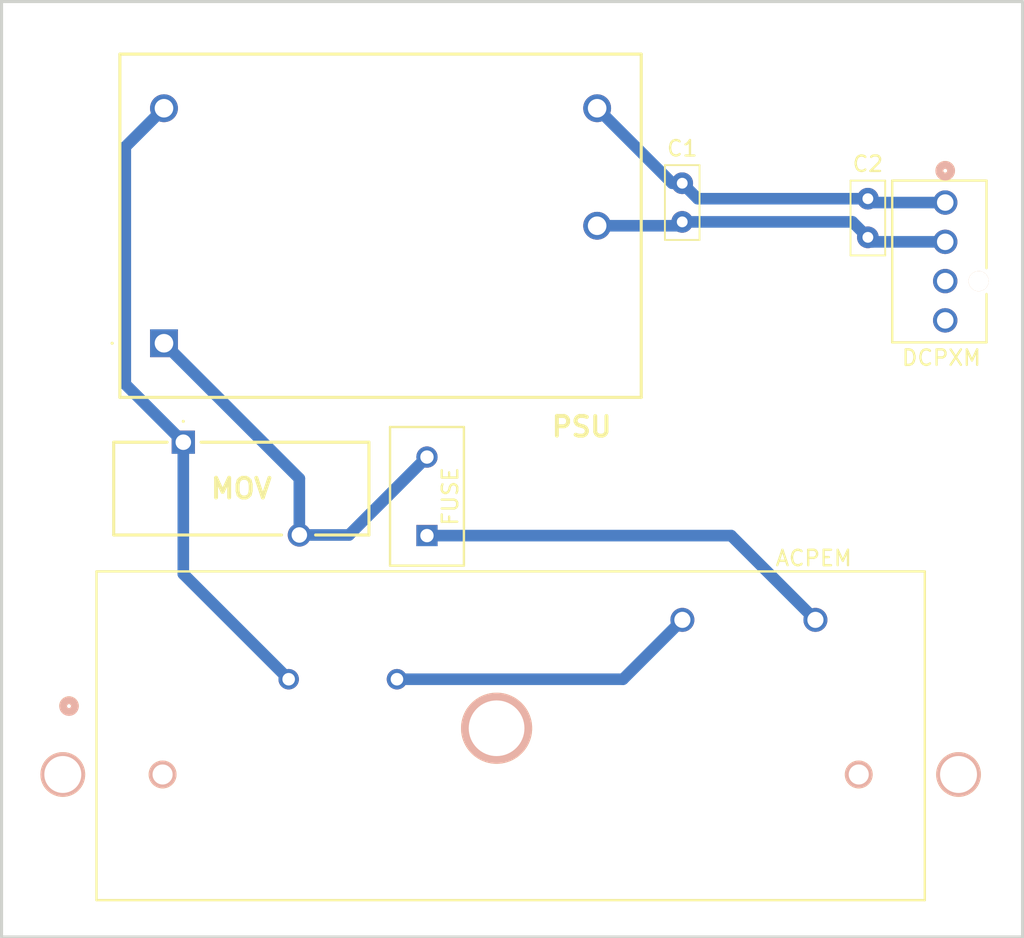
<source format=kicad_pcb>
(kicad_pcb (version 20240108) (generator "pcbnew") (generator_version "8.0")
  (layers (0 "F.Cu" signal) (31 "B.Cu" signal) (34 "B.Paste" user) (35 "F.Paste" user) (36 "B.SilkS" user "B.Silkscreen") (37 "F.SilkS" user "F.Silkscreen") (38 "B.Mask" user) (39 "F.Mask" user) (44 "Edge.Cuts" user))
  (net 0 "")
  (net 1 "Net-(PSU1-AC1)")
  (net 2 "Net-(FUSE1-Pad1)")
  (net 3 "Net-(PSU1-AC2)")
  (net 4 "Net-(PEM1-Pad2)")
  (net 7 "Net-(PSU1-DC-)")
  (net 8 "Net-(PSU1-DC+)")
  (footprint "Capacitor_THT:C_Rect_L4.6mm_W2.0mm_P2.50mm_MKS02_FKP02" (layer "F.Cu") (at 159.5 84.75 90)
    (property "Reference" "C2" (at 4.75 0 180) (layer "F.SilkS"))
    (property "Value" "1u")
    (fp_line (start 3.67 -1.12) (end 3.67 1.12) (stroke (width 0.12)) (layer "F.SilkS"))
    (fp_line (start -1.17 -1.12) (end 3.67 -1.12) (stroke (width 0.12)) (layer "F.SilkS"))
    (fp_line (start -1.17 -1.12) (end -1.17 1.12) (stroke (width 0.12)) (layer "F.SilkS"))
    (fp_line (start -1.17 1.12) (end 3.67 1.12) (stroke (width 0.12)) (layer "F.SilkS"))
    (pad "1" thru_hole circle (at 0 0 90) (size 1.4 1.4) (drill 0.7) (layers "*.Cu" "*.Mask") (net 8 "Net-(PSU1-DC+)"))
    (pad "2" thru_hole circle (at 2.5 0 90) (size 1.4 1.4) (drill 0.7) (layers "*.Cu" "*.Mask") (net 7 "Net-(PSU1-DC-)"))
  )
  (footprint "CustomModels:HP02S0300WI" (layer "F.Cu") (at 114 91.6)
    (property "Reference" "PSU" (at 27 5.4 0) (layer "F.SilkS") (effects (font (size 1.27 1.27) (thickness 0.254))))
    (property "Value" "HP02S0300WI" (hide yes))
    (fp_line (start -3.4 0) (end -3.4 0) (stroke (width 0.1)) (layer "F.SilkS"))
    (fp_line (start -3.3 0) (end -3.3 0) (stroke (width 0.1)) (layer "F.SilkS"))
    (fp_line (start -2.85 -18.7) (end 30.85 -18.7) (stroke (width 0.2)) (layer "F.SilkS"))
    (fp_line (start -2.85 3.5) (end -2.85 -18.7) (stroke (width 0.2)) (layer "F.SilkS"))
    (fp_line (start 30.85 -18.7) (end 30.85 3.5) (stroke (width 0.2)) (layer "F.SilkS"))
    (fp_line (start 30.85 3.5) (end -2.85 3.5) (stroke (width 0.2)) (layer "F.SilkS"))
    (fp_arc (start -3.4 0) (mid -3.35 -0.05) (end -3.3 0) (stroke (width 0.1)) (layer "F.SilkS"))
    (fp_arc (start -3.3 0) (mid -3.35 0.05) (end -3.4 0) (stroke (width 0.1)) (layer "F.SilkS"))
    (pad "1" thru_hole rect (at 0 0) (size 1.8 1.8) (drill 1.2) (layers "*.Cu" "*.Mask") (net 1 "Net-(PSU1-AC1)"))
    (pad "2" thru_hole circle (at 0 -15.2) (size 1.8 1.8) (drill 1.2) (layers "*.Cu" "*.Mask") (net 3 "Net-(PSU1-AC2)"))
    (pad "3" thru_hole circle (at 28 -15.2) (size 1.8 1.8) (drill 1.2) (layers "*.Cu" "*.Mask") (net 7 "Net-(PSU1-DC-)"))
    (pad "4" thru_hole circle (at 28 -7.6) (size 1.8 1.8) (drill 1.2) (layers "*.Cu" "*.Mask") (net 8 "Net-(PSU1-DC+)"))
  )
  (footprint "Capacitor_THT:C_Rect_L4.6mm_W2.0mm_P2.50mm_MKS02_FKP02" (layer "F.Cu") (at 147.5 83.75 90)
    (property "Reference" "C1" (hide yes))
    (property "Value" "0.1u")
    (fp_line (start 3.67 -1.12) (end 3.67 1.12) (stroke (width 0.12)) (layer "F.SilkS"))
    (fp_line (start -1.17 -1.12) (end 3.67 -1.12) (stroke (width 0.12)) (layer "F.SilkS"))
    (fp_line (start -1.17 -1.12) (end -1.17 1.12) (stroke (width 0.12)) (layer "F.SilkS"))
    (fp_line (start -1.17 1.12) (end 3.67 1.12) (stroke (width 0.12)) (layer "F.SilkS"))
    (pad "1" thru_hole circle (at 0 0 90) (size 1.4 1.4) (drill 0.7) (layers "*.Cu" "*.Mask") (net 8 "Net-(PSU1-DC+)"))
    (pad "2" thru_hole circle (at 2.5 0 90) (size 1.4 1.4) (drill 0.7) (layers "*.Cu" "*.Mask") (net 7 "Net-(PSU1-DC-)"))
  )
  (footprint "CustomModels:CONN_SD-47053-001_H10p00_MOL" (layer "F.Cu") (at 164.5 82.5 90)
    (property "Reference" "DCPXM" (at -10.04 -0.24615 0) (layer "F.SilkS"))
    (property "Value" "470531000")
    (fp_circle (center 2.0574 0) (end 2.4384 0) (stroke (width 0.508)) (fill none) (layer "B.SilkS"))
    (fp_line (start 1.4224 -3.427001) (end -9.0424 -3.427001) (stroke (width 0.1524)) (layer "F.SilkS"))
    (fp_line (start -9.0424 -3.427001) (end -9.0424 2.668999) (stroke (width 0.1524)) (layer "F.SilkS"))
    (fp_line (start 1.4224 2.668999) (end 1.4224 -3.427001) (stroke (width 0.1524)) (layer "F.SilkS"))
    (fp_line (start -4.242037 2.668999) (end 1.4224 2.668999) (stroke (width 0.1524)) (layer "F.SilkS"))
    (fp_line (start -9.0424 2.668999) (end -5.917963 2.668999) (stroke (width 0.1524)) (layer "F.SilkS"))
    (fp_circle (center 2.0574 0) (end 2.4384 0) (stroke (width 0.508)) (fill none) (layer "F.SilkS"))
    (pad "" np_thru_hole circle (at -5.08 2.16 90) (size 1.2954 1.2954) (drill 1.2954) (layers "*.SilkS"))
    (pad "1" thru_hole circle (at 0 0 90) (size 1.5748 1.5748) (drill 1.0668) (layers "*.Cu" "*.Mask") (net 7 "Net-(PSU1-DC-)"))
    (pad "2" thru_hole circle (at -2.54 0 90) (size 1.5748 1.5748) (drill 1.0668) (layers "*.Cu" "*.Mask") (net 8 "Net-(PSU1-DC+)"))
    (pad "3" thru_hole circle (at -5.08 0 90) (size 1.5748 1.5748) (drill 1.0668) (layers "*.Cu" "*.Mask"))
    (pad "4" thru_hole circle (at -7.62 0 90) (size 1.5748 1.5748) (drill 1.0668) (layers "*.Cu" "*.Mask"))
  )
  (footprint "CustomModels:CONN4_1131.12_SAI" (layer "F.Cu") (at 122.06 113.33)
    (property "Reference" "ACPEM" (at 33.94 -7.83 0) (layer "F.SilkS"))
    (property "Value" "CMF2.1111.12")
    (fp_circle (center -14.199598 1.736999) (end -13.818598 1.736999) (stroke (width 0.508)) (fill none) (layer "B.SilkS"))
    (fp_line (start -12.421598 -6.972901) (end -12.421598 14.286899) (stroke (width 0.1524)) (layer "F.SilkS"))
    (fp_line (start -12.421598 14.286899) (end 41.121602 14.286899) (stroke (width 0.1524)) (layer "F.SilkS"))
    (fp_line (start 41.121602 -6.972901) (end -12.421598 -6.972901) (stroke (width 0.1524)) (layer "F.SilkS"))
    (fp_line (start 41.121602 14.286899) (end 41.121602 -6.972901) (stroke (width 0.1524)) (layer "F.SilkS"))
    (fp_arc (start -14.578676 1.698775) (mid -14.180462 1.35648) (end -13.818598 1.736999) (stroke (width 0.508)) (layer "F.SilkS"))
    (pad "" np_thru_hole circle (at -14.600004 6.159999 90) (size 2.8956 2.8956) (drill 2.3876) (layers "*.SilkS"))
    (pad "" np_thru_hole circle (at -8.150004 6.159999 90) (size 1.8034 1.8034) (drill 1.2954) (layers "*.SilkS"))
    (pad "" np_thru_hole circle (at 13.44 3.17) (size 4.6 4.6) (drill 3.6) (layers "*.SilkS"))
    (pad "" np_thru_hole circle (at 36.850007 6.159999 90) (size 1.8034 1.8034) (drill 1.2954) (layers "*.SilkS"))
    (pad "" np_thru_hole circle (at 43.300007 6.159999 90) (size 2.8956 2.8956) (drill 2.3876) (layers "*.SilkS"))
    (pad "1" thru_hole circle (at 0 0) (size 1.3208 1.3208) (drill 0.8128) (layers "*.Cu" "*.Mask") (net 3 "Net-(PSU1-AC2)"))
    (pad "2" thru_hole circle (at 7.000003 0) (size 1.3208 1.3208) (drill 0.8128) (layers "*.Cu" "*.Mask") (net 4 "Net-(PEM1-Pad2)"))
    (pad "3" thru_hole circle (at 25.45 -3.840002) (size 1.5494 1.5494) (drill 1.0414) (layers "*.Cu" "*.Mask") (net 4 "Net-(PEM1-Pad2)"))
    (pad "4" thru_hole circle (at 34.050003 -3.840002) (size 1.5494 1.5494) (drill 1.0414) (layers "*.Cu" "*.Mask") (net 2 "Net-(FUSE1-Pad1)"))
  )
  (footprint "CustomModels:FUSE_SS-5H-1A_EAT" (layer "F.Cu") (at 131 104.04 90)
    (property "Reference" "FUSE" (at 2.54 1.5 90) (layer "F.SilkS"))
    (property "Value" "SS-5H-1A-APH")
    (fp_line (start 7.0231 -2.3876) (end -1.9431 -2.3876) (stroke (width 0.1524)) (layer "F.SilkS"))
    (fp_line (start 7.0231 -2.3876) (end 7.0231 2.3876) (stroke (width 0.1524)) (layer "F.SilkS"))
    (fp_line (start -1.9431 -2.3876) (end -1.9431 2.3876) (stroke (width 0.1524)) (layer "F.SilkS"))
    (fp_line (start 7.0231 2.3876) (end -1.9431 2.3876) (stroke (width 0.1524)) (layer "F.SilkS"))
    (pad "1" thru_hole rect (at 0 0 90) (size 1.3716 1.3716) (drill 0.8636) (layers "*.Cu" "*.Mask") (net 2 "Net-(FUSE1-Pad1)"))
    (pad "2" thru_hole circle (at 5.08 0 90) (size 1.3716 1.3716) (drill 0.8636) (layers "*.Cu" "*.Mask") (net 1 "Net-(PSU1-AC1)"))
  )
  (footprint "CustomModels:MOV14D561KTR" (layer "F.Cu") (at 115.25 98)
    (property "Reference" "MOV" (at 3.75 3 0) (layer "F.SilkS") (effects (font (size 1.27 1.27) (thickness 0.254))))
    (property "Value" "MOV-14D561KTR" (hide yes))
    (fp_line (start -4.5 0) (end -4.5 6) (stroke (width 0.2)) (layer "F.SilkS"))
    (fp_line (start -4.5 6) (end 6.35 6) (stroke (width 0.2)) (layer "F.SilkS"))
    (fp_line (start -1.05 0) (end -4.5 0) (stroke (width 0.2)) (layer "F.SilkS"))
    (fp_line (start 0 -1.4) (end 0 -1.4) (stroke (width 0.1)) (layer "F.SilkS"))
    (fp_line (start 0 -1.3) (end 0 -1.3) (stroke (width 0.1)) (layer "F.SilkS"))
    (fp_line (start 8.55 6) (end 12 6) (stroke (width 0.2)) (layer "F.SilkS"))
    (fp_line (start 12 0) (end 1.15 0) (stroke (width 0.2)) (layer "F.SilkS"))
    (fp_line (start 12 6) (end 12 0) (stroke (width 0.2)) (layer "F.SilkS"))
    (fp_arc (start 0 -1.4) (mid 0.05 -1.35) (end 0 -1.3) (stroke (width 0.1)) (layer "F.SilkS"))
    (fp_arc (start 0 -1.3) (mid -0.05 -1.35) (end 0 -1.4) (stroke (width 0.1)) (layer "F.SilkS"))
    (pad "1" thru_hole rect (at 0 0) (size 1.5 1.5) (drill 1) (layers "*.Cu" "*.Mask") (net 3 "Net-(PSU1-AC2)"))
    (pad "2" thru_hole circle (at 7.5 6) (size 1.5 1.5) (drill 1) (layers "*.Cu" "*.Mask") (net 1 "Net-(PSU1-AC1)"))
  )
  (gr_rect (start 103.5 69.5) (end 169.5 130) (stroke (width 0.2)) (fill none) (layer "Edge.Cuts"))
  (gr_text "C1" (at 147.5 79 0) (layer "F.SilkS") (effects (font (size 1 1))))
  (segment (start 125.96 104) (end 131 98.96) (width 0.75) (layer "B.Cu") (net 1))
  (segment (start 122.75 104) (end 125.96 104) (width 0.75) (layer "B.Cu") (net 1))
  (segment (start 122.75 104) (end 122.75 100.35) (width 0.75) (layer "B.Cu") (net 1))
  (segment (start 122.75 100.35) (end 114 91.6) (width 0.75) (layer "B.Cu") (net 1))
  (segment (start 156.110003 109.489998) (end 150.660005 104.04) (width 0.75) (layer "B.Cu") (net 2))
  (segment (start 150.660005 104.04) (end 131 104.04) (width 0.75) (layer "B.Cu") (net 2))
  (segment (start 111.5 78.9) (end 114 76.4) (width 0.75) (layer "B.Cu") (net 3))
  (segment (start 111.5 94.25) (end 111.5 78.9) (width 0.75) (layer "B.Cu") (net 3))
  (segment (start 115.25 106.52) (end 115.25 98) (width 0.75) (layer "B.Cu") (net 3))
  (segment (start 115.25 98) (end 111.5 94.25) (width 0.75) (layer "B.Cu") (net 3))
  (segment (start 122.06 113.33) (end 115.25 106.52) (width 0.75) (layer "B.Cu") (net 3))
  (segment (start 129.060003 113.33) (end 143.669998 113.33) (width 0.75) (layer "B.Cu") (net 4))
  (segment (start 143.669998 113.33) (end 147.51 109.489998) (width 0.75) (layer "B.Cu") (net 4))
  (segment (start 164.5 82.5) (end 159.75 82.5) (width 0.75) (layer "B.Cu") (net 7))
  (segment (start 159.5 82.25) (end 148.5 82.25) (width 0.75) (layer "B.Cu") (net 7))
  (segment (start 159.75 82.5) (end 159.5 82.25) (width 0.75) (layer "B.Cu") (net 7))
  (segment (start 142 76.4) (end 146.85 81.25) (width 0.75) (layer "B.Cu") (net 7))
  (segment (start 146.85 81.25) (end 147.5 81.25) (width 0.75) (layer "B.Cu") (net 7))
  (segment (start 148.5 82.25) (end 147.5 81.25) (width 0.75) (layer "B.Cu") (net 7))
  (segment (start 147.25 84) (end 147.5 83.75) (width 0.75) (layer "B.Cu") (net 8))
  (segment (start 147.5 83.75) (end 158.5 83.75) (width 0.75) (layer "B.Cu") (net 8))
  (segment (start 159.79 85.04) (end 159.5 84.75) (width 0.75) (layer "B.Cu") (net 8))
  (segment (start 158.5 83.75) (end 159.5 84.75) (width 0.75) (layer "B.Cu") (net 8))
  (segment (start 142 84) (end 147.25 84) (width 0.75) (layer "B.Cu") (net 8))
  (segment (start 164.5 85.04) (end 159.79 85.04) (width 0.75) (layer "B.Cu") (net 8))
)
</source>
